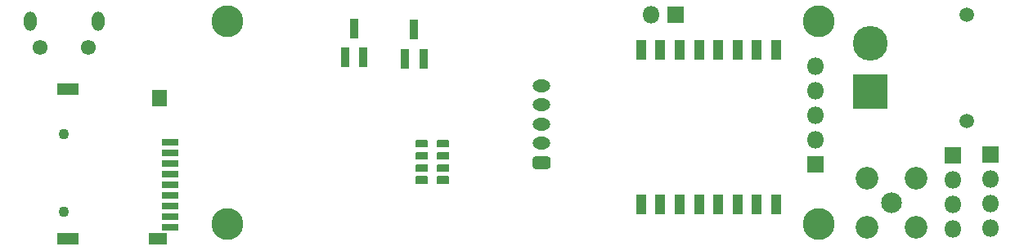
<source format=gbr>
%TF.GenerationSoftware,KiCad,Pcbnew,(5.1.6)-1*%
%TF.CreationDate,2021-06-02T18:30:26+10:00*%
%TF.ProjectId,L2_board,4c325f62-6f61-4726-942e-6b696361645f,2.0*%
%TF.SameCoordinates,Original*%
%TF.FileFunction,Soldermask,Bot*%
%TF.FilePolarity,Negative*%
%FSLAX46Y46*%
G04 Gerber Fmt 4.6, Leading zero omitted, Abs format (unit mm)*
G04 Created by KiCad (PCBNEW (5.1.6)-1) date 2021-06-02 18:30:26*
%MOMM*%
%LPD*%
G01*
G04 APERTURE LIST*
%ADD10C,0.152400*%
%ADD11C,3.300000*%
%ADD12R,1.100000X2.100000*%
%ADD13R,0.900000X2.000000*%
%ADD14R,1.192200X0.709600*%
%ADD15R,1.900000X1.300000*%
%ADD16R,2.300000X1.300000*%
%ADD17R,1.600000X1.700000*%
%ADD18C,1.100000*%
%ADD19R,1.700000X0.800000*%
%ADD20C,3.600000*%
%ADD21R,3.600000X3.600000*%
%ADD22C,1.500000*%
%ADD23O,1.800000X1.800000*%
%ADD24R,1.800000X1.800000*%
%ADD25C,2.350000*%
%ADD26C,2.150000*%
%ADD27O,1.850000X1.300000*%
%ADD28O,1.300000X2.000000*%
%ADD29C,1.550000*%
G04 APERTURE END LIST*
D10*
%TO.C,U3*%
X150363100Y-95356200D02*
X150363100Y-95965800D01*
X150363100Y-95965800D02*
X149270900Y-95965800D01*
X149270900Y-95965800D02*
X149270900Y-95356200D01*
X149270900Y-95356200D02*
X150363100Y-95356200D01*
X150363100Y-96606200D02*
X150363100Y-97215800D01*
X150363100Y-97215800D02*
X149270900Y-97215800D01*
X149270900Y-97215800D02*
X149270900Y-96606200D01*
X149270900Y-96606200D02*
X150363100Y-96606200D01*
X150363100Y-97856200D02*
X150363100Y-98465800D01*
X150363100Y-98465800D02*
X149270900Y-98465800D01*
X149270900Y-98465800D02*
X149270900Y-97856200D01*
X149270900Y-97856200D02*
X150363100Y-97856200D01*
X150363100Y-99106200D02*
X150363100Y-99715800D01*
X150363100Y-99715800D02*
X149270900Y-99715800D01*
X149270900Y-99715800D02*
X149270900Y-99106200D01*
X149270900Y-99106200D02*
X150363100Y-99106200D01*
X148163100Y-99106200D02*
X148163100Y-99715800D01*
X148163100Y-99715800D02*
X147070900Y-99715800D01*
X147070900Y-99715800D02*
X147070900Y-99106200D01*
X147070900Y-99106200D02*
X148163100Y-99106200D01*
X148163100Y-97856200D02*
X148163100Y-98465800D01*
X148163100Y-98465800D02*
X147070900Y-98465800D01*
X147070900Y-98465800D02*
X147070900Y-97856200D01*
X147070900Y-97856200D02*
X148163100Y-97856200D01*
X148163100Y-96606200D02*
X148163100Y-97215800D01*
X148163100Y-97215800D02*
X147070900Y-97215800D01*
X147070900Y-97215800D02*
X147070900Y-96606200D01*
X147070900Y-96606200D02*
X148163100Y-96606200D01*
X148163100Y-95356200D02*
X148163100Y-95965800D01*
X148163100Y-95965800D02*
X147070900Y-95965800D01*
X147070900Y-95965800D02*
X147070900Y-95356200D01*
X147070900Y-95356200D02*
X148163100Y-95356200D01*
%TD*%
D11*
%TO.C,REF\u002A\u002A*%
X127472000Y-83016000D03*
%TD*%
%TO.C,REF\u002A\u002A*%
X188722000Y-83016000D03*
%TD*%
%TO.C,REF\u002A\u002A*%
X188722000Y-104016000D03*
%TD*%
%TO.C,REF\u002A\u002A*%
X127472000Y-104016000D03*
%TD*%
D12*
%TO.C,U7*%
X170292000Y-101980000D03*
X172292000Y-101980000D03*
X174292000Y-101980000D03*
X176292000Y-101980000D03*
X178292000Y-101980000D03*
X180292000Y-101980000D03*
X182292000Y-101980000D03*
X184292000Y-101980000D03*
X184292000Y-85980000D03*
X182292000Y-85980000D03*
X180292000Y-85980000D03*
X178292000Y-85980000D03*
X176292000Y-85980000D03*
X174292000Y-85980000D03*
X172292000Y-85980000D03*
X170292000Y-85980000D03*
%TD*%
D13*
%TO.C,Q3*%
X140589000Y-83717000D03*
X139639000Y-86717000D03*
X141539000Y-86717000D03*
%TD*%
%TO.C,Q2*%
X146812000Y-83844000D03*
X145862000Y-86844000D03*
X147762000Y-86844000D03*
%TD*%
D14*
%TO.C,U3*%
X147617000Y-95661000D03*
X147617000Y-96911000D03*
X147617000Y-98161000D03*
X147617000Y-99411000D03*
X149817000Y-99411000D03*
X149817000Y-98161000D03*
X149817000Y-96911000D03*
X149817000Y-95661000D03*
%TD*%
D15*
%TO.C,J4*%
X120242000Y-105511000D03*
D16*
X110942000Y-105511000D03*
X110942000Y-90011000D03*
D17*
X120492000Y-90911000D03*
D18*
X110542000Y-102711000D03*
X110542000Y-94711000D03*
D19*
X121542000Y-104311000D03*
X121542000Y-103211000D03*
X121542000Y-102111000D03*
X121542000Y-101011000D03*
X121542000Y-99911000D03*
X121542000Y-98811000D03*
X121542000Y-97711000D03*
X121542000Y-96611000D03*
X121542000Y-95511000D03*
%TD*%
D20*
%TO.C,J9*%
X194056000Y-85297000D03*
D21*
X194056000Y-90297000D03*
D22*
X204056000Y-82297000D03*
X204056000Y-93297000D03*
%TD*%
D23*
%TO.C,J8*%
X206504540Y-104396540D03*
X206504540Y-101856540D03*
X206504540Y-99316540D03*
D24*
X206504540Y-96776540D03*
%TD*%
D23*
%TO.C,J7*%
X188341000Y-87630000D03*
X188341000Y-90170000D03*
X188341000Y-92710000D03*
X188341000Y-95250000D03*
D24*
X188341000Y-97790000D03*
%TD*%
D25*
%TO.C,J6*%
X193649600Y-104292400D03*
X193649600Y-99212400D03*
X198729600Y-99212400D03*
X198729600Y-104292400D03*
D26*
X196189600Y-101752400D03*
%TD*%
D23*
%TO.C,BUZZER*%
X171323000Y-82296000D03*
D24*
X173863000Y-82296000D03*
%TD*%
D27*
%TO.C,J3*%
X159994600Y-89637600D03*
X159994600Y-91637600D03*
X159994600Y-93637600D03*
X159994600Y-95637600D03*
G36*
G01*
X160648768Y-98287600D02*
X159340432Y-98287600D01*
G75*
G02*
X159069600Y-98016768I0J270832D01*
G01*
X159069600Y-97258432D01*
G75*
G02*
X159340432Y-96987600I270832J0D01*
G01*
X160648768Y-96987600D01*
G75*
G02*
X160919600Y-97258432I0J-270832D01*
G01*
X160919600Y-98016768D01*
G75*
G02*
X160648768Y-98287600I-270832J0D01*
G01*
G37*
%TD*%
D28*
%TO.C,J2*%
X107117000Y-82963500D03*
X114117000Y-82963500D03*
D29*
X108117000Y-85663500D03*
X113117000Y-85663500D03*
%TD*%
D23*
%TO.C,J1*%
X202565000Y-104521000D03*
X202565000Y-101981000D03*
X202565000Y-99441000D03*
D24*
X202565000Y-96901000D03*
%TD*%
M02*

</source>
